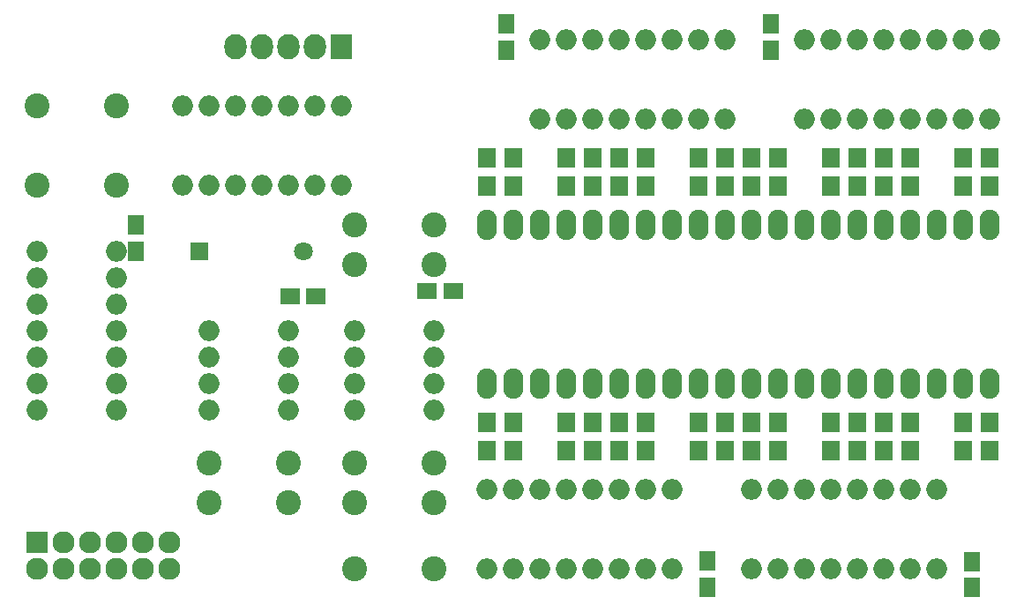
<source format=gts>
G04 #@! TF.FileFunction,Soldermask,Top*
%FSLAX46Y46*%
G04 Gerber Fmt 4.6, Leading zero omitted, Abs format (unit mm)*
G04 Created by KiCad (PCBNEW 4.0.4-stable) date Friday, December 09, 2016 'AMt' 01:33:51 AM*
%MOMM*%
%LPD*%
G01*
G04 APERTURE LIST*
%ADD10C,0.100000*%
%ADD11O,2.000000X2.000000*%
%ADD12C,2.398980*%
%ADD13O,1.924000X2.924000*%
%ADD14R,2.127200X2.127200*%
%ADD15O,2.127200X2.127200*%
%ADD16R,1.800000X1.800000*%
%ADD17C,1.800000*%
%ADD18R,1.700000X1.900000*%
%ADD19R,2.127200X2.432000*%
%ADD20O,2.127200X2.432000*%
%ADD21R,1.900000X1.650000*%
%ADD22R,1.650000X1.900000*%
G04 APERTURE END LIST*
D10*
D11*
X52705000Y-64770000D03*
X52705000Y-67310000D03*
X52705000Y-69850000D03*
X52705000Y-72390000D03*
X60325000Y-72390000D03*
X60325000Y-69850000D03*
X60325000Y-67310000D03*
X60325000Y-64770000D03*
X36195000Y-57150000D03*
X36195000Y-59690000D03*
X36195000Y-62230000D03*
X36195000Y-64770000D03*
X36195000Y-67310000D03*
X36195000Y-69850000D03*
X36195000Y-72390000D03*
X43815000Y-72390000D03*
X43815000Y-69850000D03*
X43815000Y-67310000D03*
X43815000Y-64770000D03*
X43815000Y-62230000D03*
X43815000Y-59690000D03*
X43815000Y-57150000D03*
X66675000Y-64770000D03*
X66675000Y-67310000D03*
X66675000Y-69850000D03*
X66675000Y-72390000D03*
X74295000Y-72390000D03*
X74295000Y-69850000D03*
X74295000Y-67310000D03*
X74295000Y-64770000D03*
X122555000Y-80010000D03*
X120015000Y-80010000D03*
X117475000Y-80010000D03*
X114935000Y-80010000D03*
X112395000Y-80010000D03*
X109855000Y-80010000D03*
X107315000Y-80010000D03*
X104775000Y-80010000D03*
X104775000Y-87630000D03*
X107315000Y-87630000D03*
X109855000Y-87630000D03*
X112395000Y-87630000D03*
X114935000Y-87630000D03*
X117475000Y-87630000D03*
X120015000Y-87630000D03*
X122555000Y-87630000D03*
X50165000Y-50800000D03*
X52705000Y-50800000D03*
X55245000Y-50800000D03*
X57785000Y-50800000D03*
X60325000Y-50800000D03*
X62865000Y-50800000D03*
X65405000Y-50800000D03*
X65405000Y-43180000D03*
X62865000Y-43180000D03*
X60325000Y-43180000D03*
X57785000Y-43180000D03*
X55245000Y-43180000D03*
X52705000Y-43180000D03*
X50165000Y-43180000D03*
D12*
X43815000Y-50800000D03*
X36195000Y-50800000D03*
X74295000Y-58420000D03*
X66675000Y-58420000D03*
X74295000Y-54610000D03*
X66675000Y-54610000D03*
D13*
X117475000Y-69850000D03*
X120015000Y-69850000D03*
X122555000Y-69850000D03*
X125095000Y-69850000D03*
X127635000Y-69850000D03*
X127635000Y-54610000D03*
X125095000Y-54610000D03*
X122555000Y-54610000D03*
X120015000Y-54610000D03*
X117475000Y-54610000D03*
D14*
X36195000Y-85090000D03*
D15*
X36195000Y-87630000D03*
X38735000Y-85090000D03*
X38735000Y-87630000D03*
X41275000Y-85090000D03*
X41275000Y-87630000D03*
X43815000Y-85090000D03*
X43815000Y-87630000D03*
X46355000Y-85090000D03*
X46355000Y-87630000D03*
X48895000Y-85090000D03*
X48895000Y-87630000D03*
D12*
X36195000Y-43180000D03*
X43815000Y-43180000D03*
X52705000Y-81280000D03*
X60325000Y-81280000D03*
X66675000Y-77470000D03*
X74295000Y-77470000D03*
X60325000Y-77470000D03*
X52705000Y-77470000D03*
X74295000Y-81280000D03*
X66675000Y-81280000D03*
D13*
X104775000Y-69850000D03*
X107315000Y-69850000D03*
X109855000Y-69850000D03*
X112395000Y-69850000D03*
X114935000Y-69850000D03*
X114935000Y-54610000D03*
X112395000Y-54610000D03*
X109855000Y-54610000D03*
X107315000Y-54610000D03*
X104775000Y-54610000D03*
X92075000Y-69850000D03*
X94615000Y-69850000D03*
X97155000Y-69850000D03*
X99695000Y-69850000D03*
X102235000Y-69850000D03*
X102235000Y-54610000D03*
X99695000Y-54610000D03*
X97155000Y-54610000D03*
X94615000Y-54610000D03*
X92075000Y-54610000D03*
X79375000Y-69850000D03*
X81915000Y-69850000D03*
X84455000Y-69850000D03*
X86995000Y-69850000D03*
X89535000Y-69850000D03*
X89535000Y-54610000D03*
X86995000Y-54610000D03*
X84455000Y-54610000D03*
X81915000Y-54610000D03*
X79375000Y-54610000D03*
D16*
X51816000Y-57150000D03*
D17*
X61816000Y-57150000D03*
D18*
X127635000Y-50880000D03*
X127635000Y-48180000D03*
X127635000Y-73580000D03*
X127635000Y-76280000D03*
X125095000Y-50880000D03*
X125095000Y-48180000D03*
X125095000Y-73580000D03*
X125095000Y-76280000D03*
X120015000Y-50880000D03*
X120015000Y-48180000D03*
X120015000Y-73580000D03*
X120015000Y-76280000D03*
X117475000Y-50880000D03*
X117475000Y-48180000D03*
X117475000Y-73580000D03*
X117475000Y-76280000D03*
X114935000Y-50880000D03*
X114935000Y-48180000D03*
X114935000Y-73580000D03*
X114935000Y-76280000D03*
X112395000Y-50880000D03*
X112395000Y-48180000D03*
X112395000Y-73580000D03*
X112395000Y-76280000D03*
X107315000Y-50880000D03*
X107315000Y-48180000D03*
X107315000Y-73580000D03*
X107315000Y-76280000D03*
X104775000Y-50880000D03*
X104775000Y-48180000D03*
X104775000Y-73580000D03*
X104775000Y-76280000D03*
X102235000Y-50880000D03*
X102235000Y-48180000D03*
X102235000Y-73580000D03*
X102235000Y-76280000D03*
X99695000Y-50880000D03*
X99695000Y-48180000D03*
X99695000Y-73580000D03*
X99695000Y-76280000D03*
X94615000Y-50880000D03*
X94615000Y-48180000D03*
X94615000Y-73580000D03*
X94615000Y-76280000D03*
X92075000Y-50880000D03*
X92075000Y-48180000D03*
X92075000Y-73580000D03*
X92075000Y-76280000D03*
X89535000Y-50880000D03*
X89535000Y-48180000D03*
X89535000Y-73580000D03*
X89535000Y-76280000D03*
X86995000Y-50880000D03*
X86995000Y-48180000D03*
X86995000Y-73580000D03*
X86995000Y-76280000D03*
X81915000Y-50880000D03*
X81915000Y-48180000D03*
X81915000Y-73580000D03*
X81915000Y-76280000D03*
X79375000Y-50880000D03*
X79375000Y-48180000D03*
X79375000Y-73580000D03*
X79375000Y-76280000D03*
D11*
X109855000Y-44450000D03*
X112395000Y-44450000D03*
X114935000Y-44450000D03*
X117475000Y-44450000D03*
X120015000Y-44450000D03*
X122555000Y-44450000D03*
X125095000Y-44450000D03*
X127635000Y-44450000D03*
X127635000Y-36830000D03*
X125095000Y-36830000D03*
X122555000Y-36830000D03*
X120015000Y-36830000D03*
X117475000Y-36830000D03*
X114935000Y-36830000D03*
X112395000Y-36830000D03*
X109855000Y-36830000D03*
X84455000Y-44450000D03*
X86995000Y-44450000D03*
X89535000Y-44450000D03*
X92075000Y-44450000D03*
X94615000Y-44450000D03*
X97155000Y-44450000D03*
X99695000Y-44450000D03*
X102235000Y-44450000D03*
X102235000Y-36830000D03*
X99695000Y-36830000D03*
X97155000Y-36830000D03*
X94615000Y-36830000D03*
X92075000Y-36830000D03*
X89535000Y-36830000D03*
X86995000Y-36830000D03*
X84455000Y-36830000D03*
X97155000Y-80010000D03*
X94615000Y-80010000D03*
X92075000Y-80010000D03*
X89535000Y-80010000D03*
X86995000Y-80010000D03*
X84455000Y-80010000D03*
X81915000Y-80010000D03*
X79375000Y-80010000D03*
X79375000Y-87630000D03*
X81915000Y-87630000D03*
X84455000Y-87630000D03*
X86995000Y-87630000D03*
X89535000Y-87630000D03*
X92075000Y-87630000D03*
X94615000Y-87630000D03*
X97155000Y-87630000D03*
D19*
X65405000Y-37465000D03*
D20*
X62865000Y-37465000D03*
X60325000Y-37465000D03*
X57785000Y-37465000D03*
X55245000Y-37465000D03*
D12*
X74295000Y-87630000D03*
X66675000Y-87630000D03*
D21*
X76160000Y-60960000D03*
X73660000Y-60960000D03*
X62992000Y-61468000D03*
X60492000Y-61468000D03*
D22*
X45720000Y-57130000D03*
X45720000Y-54630000D03*
X100584000Y-89368000D03*
X100584000Y-86868000D03*
X125984000Y-89408000D03*
X125984000Y-86908000D03*
X106680000Y-35326000D03*
X106680000Y-37826000D03*
X81280000Y-35326000D03*
X81280000Y-37826000D03*
M02*

</source>
